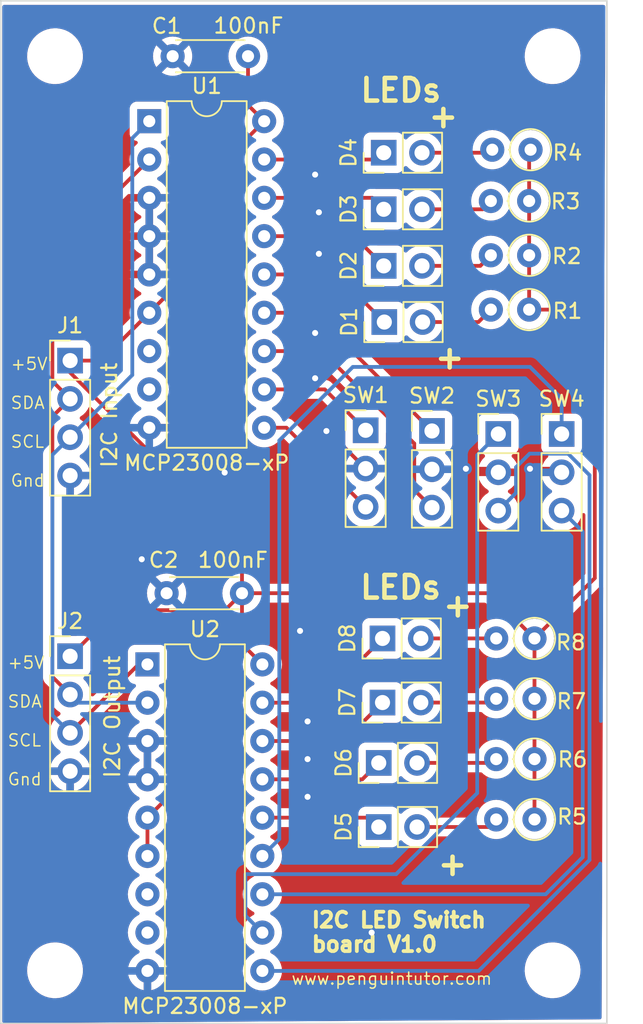
<source format=kicad_pcb>
(kicad_pcb (version 20221018) (generator pcbnew)
  (layers (0 "F.Cu" signal) (31 "B.Cu" signal) (34 "B.Paste" user) (35 "F.Paste" user) (36 "B.SilkS" user "B.Silkscreen") (37 "F.SilkS" user "F.Silkscreen") (38 "B.Mask" user) (39 "F.Mask" user) (44 "Edge.Cuts" user))
  (net 0 "")
  (net 1 "+5V")
  (net 2 "GND")
  (net 3 "Net-(D1-K)")
  (net 4 "Net-(D1-A)")
  (net 5 "Net-(D2-K)")
  (net 6 "Net-(D2-A)")
  (net 7 "Net-(D3-K)")
  (net 8 "Net-(D3-A)")
  (net 9 "Net-(D4-K)")
  (net 10 "Net-(D4-A)")
  (net 11 "Net-(D5-K)")
  (net 12 "Net-(D5-A)")
  (net 13 "Net-(D6-K)")
  (net 14 "Net-(D6-A)")
  (net 15 "Net-(D7-K)")
  (net 16 "Net-(D7-A)")
  (net 17 "Net-(D8-K)")
  (net 18 "Net-(D8-A)")
  (net 19 "I2C SDA")
  (net 20 "I2C SCL")
  (net 21 "Net-(U1-GP1)")
  (net 22 "Net-(U1-GP0)")
  (net 23 "Net-(U1-GP3)")
  (net 24 "Net-(U1-GP2)")
  (net 25 "Net-(U2-GP1)")
  (net 26 "Net-(U2-GP0)")
  (net 27 "Net-(U2-GP3)")
  (net 28 "Net-(U2-GP2)")
  (footprint "Connector_PinHeader_2.54mm:PinHeader_1x02_P2.54mm_Vertical" (layer "F.Cu") (at 131.8 97.55 90)
    (fp_text reference "D3" (at 0 -2.33 90) (layer "F.SilkS"))
    (fp_text value "LED")
    (fp_line (start -1.33 -1.33) (end 0 -1.33) (stroke (width 0.12)) (layer "F.SilkS"))
    (fp_line (start -1.33 0) (end -1.33 -1.33) (stroke (width 0.12)) (layer "F.SilkS"))
    (fp_line (start -1.33 1.27) (end -1.33 3.87) (stroke (width 0.12)) (layer "F.SilkS"))
    (fp_line (start -1.33 1.27) (end 1.33 1.27) (stroke (width 0.12)) (layer "F.SilkS"))
    (fp_line (start -1.33 3.87) (end 1.33 3.87) (stroke (width 0.12)) (layer "F.SilkS"))
    (fp_line (start 1.33 1.27) (end 1.33 3.87) (stroke (width 0.12)) (layer "F.SilkS"))
    (pad "1" thru_hole rect (at 0 0 90) (size 1.7 1.7) (drill 1) (layers "*.Cu" "*.Mask") (net 7 "Net-(D3-K)"))
    (pad "2" thru_hole oval (at 0 2.54 90) (size 1.7 1.7) (drill 1) (layers "*.Cu" "*.Mask") (net 8 "Net-(D3-A)"))
  )
  (footprint "MountingHole:MountingHole_3.2mm_M3" (layer "F.Cu") (at 143 148)
    (fp_text reference "H4" hide)
    (fp_text value "MountingHole" hide)
    (pad "" np_thru_hole circle (at 0 0) (size 3.2 3.2) (drill 3.2) (layers "*.Cu" "*.Mask"))
  )
  (footprint "Connector_PinHeader_2.54mm:PinHeader_1x03_P2.54mm_Vertical" (layer "F.Cu") (at 135 112.245)
    (fp_text reference "SW2" (at 0 -2.33) (layer "F.SilkS"))
    (fp_text value "SW_SPDT_MSM")
    (fp_line (start -1.33 -1.33) (end 0 -1.33) (stroke (width 0.12)) (layer "F.SilkS"))
    (fp_line (start -1.33 0) (end -1.33 -1.33) (stroke (width 0.12)) (layer "F.SilkS"))
    (fp_line (start -1.33 1.27) (end -1.33 6.41) (stroke (width 0.12)) (layer "F.SilkS"))
    (fp_line (start -1.33 1.27) (end 1.33 1.27) (stroke (width 0.12)) (layer "F.SilkS"))
    (fp_line (start -1.33 6.41) (end 1.33 6.41) (stroke (width 0.12)) (layer "F.SilkS"))
    (fp_line (start 1.33 1.27) (end 1.33 6.41) (stroke (width 0.12)) (layer "F.SilkS"))
    (pad "1" thru_hole rect (at 0 0) (size 1.7 1.7) (drill 1) (layers "*.Cu" "*.Mask") (net 23 "Net-(U1-GP3)"))
    (pad "2" thru_hole oval (at 0 2.54) (size 1.7 1.7) (drill 1) (layers "*.Cu" "*.Mask") (net 2 "GND"))
    (pad "3" thru_hole oval (at 0 5.08) (size 1.7 1.7) (drill 1) (layers "*.Cu" "*.Mask") (net 24 "Net-(U1-GP2)"))
  )
  (footprint "Resistor_THT:R_Axial_DIN0207_L6.3mm_D2.5mm_P2.54mm_Vertical" (layer "F.Cu") (at 141.445 100.6 180)
    (fp_text reference "R2" (at -2.495 -0.06) (layer "F.SilkS"))
    (fp_text value "220R")
    (fp_line (start 1.37 0) (end 1.44 0) (stroke (width 0.12)) (layer "F.SilkS"))
    (fp_circle (center 0 0) (end 1.37 0) (stroke (width 0.12)) (fill none) (layer "F.SilkS"))
    (pad "1" thru_hole circle (at 0 0 180) (size 1.6 1.6) (drill 0.8) (layers "*.Cu" "*.Mask") (net 1 "+5V"))
    (pad "2" thru_hole oval (at 2.54 0 180) (size 1.6 1.6) (drill 0.8) (layers "*.Cu" "*.Mask") (net 6 "Net-(D2-A)"))
  )
  (footprint "MountingHole:MountingHole_3.2mm_M3" (layer "F.Cu") (at 110 148)
    (fp_text reference "H3" hide)
    (fp_text value "MountingHole" hide)
    (pad "" np_thru_hole circle (at 0 0) (size 3.2 3.2) (drill 3.2) (layers "*.Cu" "*.Mask"))
  )
  (footprint "Connector_PinHeader_2.54mm:PinHeader_1x03_P2.54mm_Vertical" (layer "F.Cu") (at 143.6 112.445)
    (fp_text reference "SW4" (at 0 -2.33) (layer "F.SilkS"))
    (fp_text value "SW_SPDT_MSM")
    (fp_line (start -1.33 -1.33) (end 0 -1.33) (stroke (width 0.12)) (layer "F.SilkS"))
    (fp_line (start -1.33 0) (end -1.33 -1.33) (stroke (width 0.12)) (layer "F.SilkS"))
    (fp_line (start -1.33 1.27) (end -1.33 6.41) (stroke (width 0.12)) (layer "F.SilkS"))
    (fp_line (start -1.33 1.27) (end 1.33 1.27) (stroke (width 0.12)) (layer "F.SilkS"))
    (fp_line (start -1.33 6.41) (end 1.33 6.41) (stroke (width 0.12)) (layer "F.SilkS"))
    (fp_line (start 1.33 1.27) (end 1.33 6.41) (stroke (width 0.12)) (layer "F.SilkS"))
    (pad "1" thru_hole rect (at 0 0) (size 1.7 1.7) (drill 1) (layers "*.Cu" "*.Mask") (net 27 "Net-(U2-GP3)"))
    (pad "2" thru_hole oval (at 0 2.54) (size 1.7 1.7) (drill 1) (layers "*.Cu" "*.Mask") (net 2 "GND"))
    (pad "3" thru_hole oval (at 0 5.08) (size 1.7 1.7) (drill 1) (layers "*.Cu" "*.Mask") (net 28 "Net-(U2-GP2)"))
  )
  (footprint "Connector_PinHeader_2.54mm:PinHeader_1x02_P2.54mm_Vertical" (layer "F.Cu") (at 131.47 134.25 90)
    (fp_text reference "D6" (at 0 -2.33 90) (layer "F.SilkS"))
    (fp_text value "LED")
    (fp_line (start -1.33 -1.33) (end 0 -1.33) (stroke (width 0.12)) (layer "F.SilkS"))
    (fp_line (start -1.33 0) (end -1.33 -1.33) (stroke (width 0.12)) (layer "F.SilkS"))
    (fp_line (start -1.33 1.27) (end -1.33 3.87) (stroke (width 0.12)) (layer "F.SilkS"))
    (fp_line (start -1.33 1.27) (end 1.33 1.27) (stroke (width 0.12)) (layer "F.SilkS"))
    (fp_line (start -1.33 3.87) (end 1.33 3.87) (stroke (width 0.12)) (layer "F.SilkS"))
    (fp_line (start 1.33 1.27) (end 1.33 3.87) (stroke (width 0.12)) (layer "F.SilkS"))
    (pad "1" thru_hole rect (at 0 0 90) (size 1.7 1.7) (drill 1) (layers "*.Cu" "*.Mask") (net 13 "Net-(D6-K)"))
    (pad "2" thru_hole oval (at 0 2.54 90) (size 1.7 1.7) (drill 1) (layers "*.Cu" "*.Mask") (net 14 "Net-(D6-A)"))
  )
  (footprint "Resistor_THT:R_Axial_DIN0207_L6.3mm_D2.5mm_P2.54mm_Vertical" (layer "F.Cu") (at 141.8 130 180)
    (fp_text reference "R7" (at -2.44 -0.17 180) (layer "F.SilkS"))
    (fp_text value "220R")
    (fp_line (start 1.37 0) (end 1.44 0) (stroke (width 0.12)) (layer "F.SilkS"))
    (fp_circle (center 0 0) (end 1.37 0) (stroke (width 0.12)) (fill none) (layer "F.SilkS"))
    (pad "1" thru_hole circle (at 0 0 180) (size 1.6 1.6) (drill 0.8) (layers "*.Cu" "*.Mask") (net 1 "+5V"))
    (pad "2" thru_hole oval (at 2.54 0 180) (size 1.6 1.6) (drill 0.8) (layers "*.Cu" "*.Mask") (net 16 "Net-(D7-A)"))
  )
  (footprint "Connector_PinHeader_2.54mm:PinHeader_1x02_P2.54mm_Vertical" (layer "F.Cu") (at 131.8 101.3 90)
    (fp_text reference "D2" (at 0 -2.33 90) (layer "F.SilkS"))
    (fp_text value "LED")
    (fp_line (start -1.33 -1.33) (end 0 -1.33) (stroke (width 0.12)) (layer "F.SilkS"))
    (fp_line (start -1.33 0) (end -1.33 -1.33) (stroke (width 0.12)) (layer "F.SilkS"))
    (fp_line (start -1.33 1.27) (end -1.33 3.87) (stroke (width 0.12)) (layer "F.SilkS"))
    (fp_line (start -1.33 1.27) (end 1.33 1.27) (stroke (width 0.12)) (layer "F.SilkS"))
    (fp_line (start -1.33 3.87) (end 1.33 3.87) (stroke (width 0.12)) (layer "F.SilkS"))
    (fp_line (start 1.33 1.27) (end 1.33 3.87) (stroke (width 0.12)) (layer "F.SilkS"))
    (pad "1" thru_hole rect (at 0 0 90) (size 1.7 1.7) (drill 1) (layers "*.Cu" "*.Mask") (net 5 "Net-(D2-K)"))
    (pad "2" thru_hole oval (at 0 2.54 90) (size 1.7 1.7) (drill 1) (layers "*.Cu" "*.Mask") (net 6 "Net-(D2-A)"))
  )
  (footprint "Resistor_THT:R_Axial_DIN0207_L6.3mm_D2.5mm_P2.54mm_Vertical" (layer "F.Cu") (at 141.8 126 180)
    (fp_text reference "R8" (at -2.4 -0.27 180) (layer "F.SilkS"))
    (fp_text value "220R")
    (fp_line (start 1.37 0) (end 1.44 0) (stroke (width 0.12)) (layer "F.SilkS"))
    (fp_circle (center 0 0) (end 1.37 0) (stroke (width 0.12)) (fill none) (layer "F.SilkS"))
    (pad "1" thru_hole circle (at 0 0 180) (size 1.6 1.6) (drill 0.8) (layers "*.Cu" "*.Mask") (net 1 "+5V"))
    (pad "2" thru_hole oval (at 2.54 0 180) (size 1.6 1.6) (drill 0.8) (layers "*.Cu" "*.Mask") (net 18 "Net-(D8-A)"))
  )
  (footprint "Resistor_THT:R_Axial_DIN0207_L6.3mm_D2.5mm_P2.54mm_Vertical" (layer "F.Cu") (at 141.8 138 180)
    (fp_text reference "R5" (at -2.48 0.18 180) (layer "F.SilkS"))
    (fp_text value "220R")
    (fp_line (start 1.37 0) (end 1.44 0) (stroke (width 0.12)) (layer "F.SilkS"))
    (fp_circle (center 0 0) (end 1.37 0) (stroke (width 0.12)) (fill none) (layer "F.SilkS"))
    (pad "1" thru_hole circle (at 0 0 180) (size 1.6 1.6) (drill 0.8) (layers "*.Cu" "*.Mask") (net 1 "+5V"))
    (pad "2" thru_hole oval (at 2.54 0 180) (size 1.6 1.6) (drill 0.8) (layers "*.Cu" "*.Mask") (net 12 "Net-(D5-A)"))
  )
  (footprint "Connector_PinHeader_2.54mm:PinHeader_1x03_P2.54mm_Vertical" (layer "F.Cu") (at 139.4 112.445)
    (fp_text reference "SW3" (at 0 -2.33) (layer "F.SilkS"))
    (fp_text value "SW_SPDT_MSM")
    (fp_line (start -1.33 -1.33) (end 0 -1.33) (stroke (width 0.12)) (layer "F.SilkS"))
    (fp_line (start -1.33 0) (end -1.33 -1.33) (stroke (width 0.12)) (layer "F.SilkS"))
    (fp_line (start -1.33 1.27) (end -1.33 6.41) (stroke (width 0.12)) (layer "F.SilkS"))
    (fp_line (start -1.33 1.27) (end 1.33 1.27) (stroke (width 0.12)) (layer "F.SilkS"))
    (fp_line (start -1.33 6.41) (end 1.33 6.41) (stroke (width 0.12)) (layer "F.SilkS"))
    (fp_line (start 1.33 1.27) (end 1.33 6.41) (stroke (width 0.12)) (layer "F.SilkS"))
    (pad "1" thru_hole rect (at 0 0) (size 1.7 1.7) (drill 1) (layers "*.Cu" "*.Mask") (net 25 "Net-(U2-GP1)"))
    (pad "2" thru_hole oval (at 0 2.54) (size 1.7 1.7) (drill 1) (layers "*.Cu" "*.Mask") (net 2 "GND"))
    (pad "3" thru_hole oval (at 0 5.08) (size 1.7 1.7) (drill 1) (layers "*.Cu" "*.Mask") (net 26 "Net-(U2-GP0)"))
  )
  (footprint "Connector_PinHeader_2.54mm:PinHeader_1x02_P2.54mm_Vertical" (layer "F.Cu") (at 131.72 130.25 90)
    (fp_text reference "D7" (at 0 -2.33 90) (layer "F.SilkS"))
    (fp_text value "LED")
    (fp_line (start -1.33 -1.33) (end 0 -1.33) (stroke (width 0.12)) (layer "F.SilkS"))
    (fp_line (start -1.33 0) (end -1.33 -1.33) (stroke (width 0.12)) (layer "F.SilkS"))
    (fp_line (start -1.33 1.27) (end -1.33 3.87) (stroke (width 0.12)) (layer "F.SilkS"))
    (fp_line (start -1.33 1.27) (end 1.33 1.27) (stroke (width 0.12)) (layer "F.SilkS"))
    (fp_line (start -1.33 3.87) (end 1.33 3.87) (stroke (width 0.12)) (layer "F.SilkS"))
    (fp_line (start 1.33 1.27) (end 1.33 3.87) (stroke (width 0.12)) (layer "F.SilkS"))
    (pad "1" thru_hole rect (at 0 0 90) (size 1.7 1.7) (drill 1) (layers "*.Cu" "*.Mask") (net 15 "Net-(D7-K)"))
    (pad "2" thru_hole oval (at 0 2.54 90) (size 1.7 1.7) (drill 1) (layers "*.Cu" "*.Mask") (net 16 "Net-(D7-A)"))
  )
  (footprint "Connector_PinHeader_2.54mm:PinHeader_1x04_P2.54mm_Vertical" (layer "F.Cu") (at 111 107.58)
    (fp_text reference "J1" (at 0 -2.33) (layer "F.SilkS"))
    (fp_text value "I2C Input" (at 2.6 3.62 90) (layer "F.SilkS"))
    (fp_line (start -1.33 -1.33) (end 0 -1.33) (stroke (width 0.12)) (layer "F.SilkS"))
    (fp_line (start -1.33 0) (end -1.33 -1.33) (stroke (width 0.12)) (layer "F.SilkS"))
    (fp_line (start -1.33 1.27) (end -1.33 8.95) (stroke (width 0.12)) (layer "F.SilkS"))
    (fp_line (start -1.33 1.27) (end 1.33 1.27) (stroke (width 0.12)) (layer "F.SilkS"))
    (fp_line (start -1.33 8.95) (end 1.33 8.95) (stroke (width 0.12)) (layer "F.SilkS"))
    (fp_line (start 1.33 1.27) (end 1.33 8.95) (stroke (width 0.12)) (layer "F.SilkS"))
    (pad "1" thru_hole rect (at 0 0) (size 1.7 1.7) (drill 1) (layers "*.Cu" "*.Mask") (net 1 "+5V"))
    (pad "2" thru_hole oval (at 0 2.54) (size 1.7 1.7) (drill 1) (layers "*.Cu" "*.Mask") (net 19 "I2C SDA"))
    (pad "3" thru_hole oval (at 0 5.08) (size 1.7 1.7) (drill 1) (layers "*.Cu" "*.Mask") (net 20 "I2C SCL"))
    (pad "4" thru_hole oval (at 0 7.62) (size 1.7 1.7) (drill 1) (layers "*.Cu" "*.Mask") (net 2 "GND"))
  )
  (footprint "Capacitor_THT:C_Disc_D4.3mm_W1.9mm_P5.00mm" (layer "F.Cu") (at 122.4 123 180)
    (fp_text reference "C2" (at 5.2 2.2) (layer "F.SilkS"))
    (fp_text value "100nF" (at 0.6 2.2) (layer "F.SilkS"))
    (fp_line (start 0.23 -1.07) (end 0.23 -1.055) (stroke (width 0.12)) (layer "F.SilkS"))
    (fp_line (start 0.23 -1.07) (end 4.77 -1.07) (stroke (width 0.12)) (layer "F.SilkS"))
    (fp_line (start 0.23 1.055) (end 0.23 1.07) (stroke (width 0.12)) (layer "F.SilkS"))
    (fp_line (start 0.23 1.07) (end 4.77 1.07) (stroke (width 0.12)) (layer "F.SilkS"))
    (fp_line (start 4.77 -1.07) (end 4.77 -1.055) (stroke (width 0.12)) (layer "F.SilkS"))
    (fp_line (start 4.77 1.055) (end 4.77 1.07) (stroke (width 0.12)) (layer "F.SilkS"))
    (pad "1" thru_hole circle (at 0 0 180) (size 1.6 1.6) (drill 0.8) (layers "*.Cu" "*.Mask") (net 1 "+5V"))
    (pad "2" thru_hole circle (at 5 0 180) (size 1.6 1.6) (drill 0.8) (layers "*.Cu" "*.Mask") (net 2 "GND"))
  )
  (footprint "Connector_PinHeader_2.54mm:PinHeader_1x04_P2.54mm_Vertical" (layer "F.Cu") (at 111 127.18)
    (fp_text reference "J2" (at 0 -2.33) (layer "F.SilkS"))
    (fp_text value "I2C Output" (at 2.8 4.02 90) (layer "F.SilkS"))
    (fp_line (start -1.33 -1.33) (end 0 -1.33) (stroke (width 0.12)) (layer "F.SilkS"))
    (fp_line (start -1.33 0) (end -1.33 -1.33) (stroke (width 0.12)) (layer "F.SilkS"))
    (fp_line (start -1.33 1.27) (end -1.33 8.95) (stroke (width 0.12)) (layer "F.SilkS"))
    (fp_line (start -1.33 1.27) (end 1.33 1.27) (stroke (width 0.12)) (layer "F.SilkS"))
    (fp_line (start -1.33 8.95) (end 1.33 8.95) (stroke (width 0.12)) (layer "F.SilkS"))
    (fp_line (start 1.33 1.27) (end 1.33 8.95) (stroke (width 0.12)) (layer "F.SilkS"))
    (pad "1" thru_hole rect (at 0 0) (size 1.7 1.7) (drill 1) (layers "*.Cu" "*.Mask") (net 1 "+5V"))
    (pad "2" thru_hole oval (at 0 2.54) (size 1.7 1.7) (drill 1) (layers "*.Cu" "*.Mask") (net 19 "I2C SDA"))
    (pad "3" thru_hole oval (at 0 5.08) (size 1.7 1.7) (drill 1) (layers "*.Cu" "*.Mask") (net 20 "I2C SCL"))
    (pad "4" thru_hole oval (at 0 7.62) (size 1.7 1.7) (drill 1) (layers "*.Cu" "*.Mask") (net 2 "GND"))
  )
  (footprint "Resistor_THT:R_Axial_DIN0207_L6.3mm_D2.5mm_P2.54mm_Vertical" (layer "F.Cu") (at 141.8 134 180)
    (fp_text reference "R6" (at -2.52 -0.03 180) (layer "F.SilkS"))
    (fp_text value "220R")
    (fp_line (start 1.37 0) (end 1.44 0) (stroke (width 0.12)) (layer "F.SilkS"))
    (fp_circle (center 0 0) (end 1.37 0) (stroke (width 0.12)) (fill none) (layer "F.SilkS"))
    (pad "1" thru_hole circle (at 0 0 180) (size 1.6 1.6) (drill 0.8) (layers "*.Cu" "*.Mask") (net 1 "+5V"))
    (pad "2" thru_hole oval (at 2.54 0 180) (size 1.6 1.6) (drill 0.8) (layers "*.Cu" "*.Mask") (net 14 "Net-(D6-A)"))
  )
  (footprint "Connector_PinHeader_2.54mm:PinHeader_1x02_P2.54mm_Vertical" (layer "F.Cu") (at 131.47 138.5 90)
    (fp_text reference "D5" (at 0 -2.33 90) (layer "F.SilkS"))
    (fp_text value "LED")
    (fp_line (start -1.33 -1.33) (end 0 -1.33) (stroke (width 0.12)) (layer "F.SilkS"))
    (fp_line (start -1.33 0) (end -1.33 -1.33) (stroke (width 0.12)) (layer "F.SilkS"))
    (fp_line (start -1.33 1.27) (end -1.33 3.87) (stroke (width 0.12)) (layer "F.SilkS"))
    (fp_line (start -1.33 1.27) (end 1.33 1.27) (stroke (width 0.12)) (layer "F.SilkS"))
    (fp_line (start -1.33 3.87) (end 1.33 3.87) (stroke (width 0.12)) (layer "F.SilkS"))
    (fp_line (start 1.33 1.27) (end 1.33 3.87) (stroke (width 0.12)) (layer "F.SilkS"))
    (pad "1" thru_hole rect (at 0 0 90) (size 1.7 1.7) (drill 1) (layers "*.Cu" "*.Mask") (net 11 "Net-(D5-K)"))
    (pad "2" thru_hole oval (at 0 2.54 90) (size 1.7 1.7) (drill 1) (layers "*.Cu" "*.Mask") (net 12 "Net-(D5-A)"))
  )
  (footprint "MountingHole:MountingHole_3.2mm_M3" (layer "F.Cu") (at 110 87.4)
    (fp_text reference "H1" hide)
    (fp_text value "MountingHole" hide)
    (pad "" np_thru_hole circle (at 0 0) (size 3.2 3.2) (drill 3.2) (layers "*.Cu" "*.Mask"))
  )
  (footprint "Connector_PinHeader_2.54mm:PinHeader_1x03_P2.54mm_Vertical" (layer "F.Cu") (at 130.6 112.2)
    (fp_text reference "SW1" (at 0 -2.33) (layer "F.SilkS"))
    (fp_text value "SW_SPDT_MSM")
    (fp_line (start -1.33 -1.33) (end 0 -1.33) (stroke (width 0.12)) (layer "F.SilkS"))
    (fp_line (start -1.33 0) (end -1.33 -1.33) (stroke (width 0.12)) (layer "F.SilkS"))
    (fp_line (start -1.33 1.27) (end -1.33 6.41) (stroke (width 0.12)) (layer "F.SilkS"))
    (fp_line (start -1.33 1.27) (end 1.33 1.27) (stroke (width 0.12)) (layer "F.SilkS"))
    (fp_line (start -1.33 6.41) (end 1.33 6.41) (stroke (width 0.12)) (layer "F.SilkS"))
    (fp_line (start 1.33 1.27) (end 1.33 6.41) (stroke (width 0.12)) (layer "F.SilkS"))
    (pad "1" thru_hole rect (at 0 0) (size 1.7 1.7) (drill 1) (layers "*.Cu" "*.Mask") (net 21 "Net-(U1-GP1)"))
    (pad "2" thru_hole oval (at 0 2.54) (size 1.7 1.7) (drill 1) (layers "*.Cu" "*.Mask") (net 2 "GND"))
    (pad "3" thru_hole oval (at 0 5.08) (size 1.7 1.7) (drill 1) (layers "*.Cu" "*.Mask") (net 22 "Net-(U1-GP0)"))
  )
  (footprint "Capacitor_THT:C_Disc_D4.3mm_W1.9mm_P5.00mm" (layer "F.Cu") (at 122.8 87.4 180)
    (fp_text reference "C1" (at 5.4 2) (layer "F.SilkS"))
    (fp_text value "100nF" (at -0.03 2.02) (layer "F.SilkS"))
    (fp_line (start 0.23 -1.07) (end 0.23 -1.055) (stroke (width 0.12)) (layer "F.SilkS"))
    (fp_line (start 0.23 -1.07) (end 4.77 -1.07) (stroke (width 0.12)) (layer "F.SilkS"))
    (fp_line (start 0.23 1.055) (end 0.23 1.07) (stroke (width 0.12)) (layer "F.SilkS"))
    (fp_line (start 0.23 1.07) (end 4.77 1.07) (stroke (width 0.12)) (layer "F.SilkS"))
    (fp_line (start 4.77 -1.07) (end 4.77 -1.055) (stroke (width 0.12)) (layer "F.SilkS"))
    (fp_line (start 4.77 1.055) (end 4.77 1.07) (stroke (width 0.12)) (layer "F.SilkS"))
    (pad "1" thru_hole circle (at 0 0 180) (size 1.6 1.6) (drill 0.8) (layers "*.Cu" "*.Mask") (net 1 "+5V"))
    (pad "2" thru_hole circle (at 5 0 180) (size 1.6 1.6) (drill 0.8) (layers "*.Cu" "*.Mask") (net 2 "GND"))
  )
  (footprint "Connector_PinHeader_2.54mm:PinHeader_1x02_P2.54mm_Vertical" (layer "F.Cu") (at 131.72 126 90)
    (fp_text reference "D8" (at 0 -2.33 90) (layer "F.SilkS"))
    (fp_text value "LED")
    (fp_line (start -1.33 -1.33) (end 0 -1.33) (stroke (width 0.12)) (layer "F.SilkS"))
    (fp_line (start -1.33 0) (end -1.33 -1.33) (stroke (width 0.12)) (layer "F.SilkS"))
    (fp_line (start -1.33 1.27) (end -1.33 3.87) (stroke (width 0.12)) (layer "F.SilkS"))
    (fp_line (start -1.33 1.27) (end 1.33 1.27) (stroke (width 0.12)) (layer "F.SilkS"))
    (fp_line (start -1.33 3.87) (end 1.33 3.87) (stroke (width 0.12)) (layer "F.SilkS"))
    (fp_line (start 1.33 1.27) (end 1.33 3.87) (stroke (width 0.12)) (layer "F.SilkS"))
    (pad "1" thru_hole rect (at 0 0 90) (size 1.7 1.7) (drill 1) (layers "*.Cu" "*.Mask") (net 17 "Net-(D8-K)"))
    (pad "2" thru_hole oval (at 0 2.54 90) (size 1.7 1.7) (drill 1) (layers "*.Cu" "*.Mask") (net 18 "Net-(D8-A)"))
  )
  (footprint "Resistor_THT:R_Axial_DIN0207_L6.3mm_D2.5mm_P2.54mm_Vertical" (layer "F.Cu") (at 141.445 104.2 180)
    (fp_text reference "R1" (at -2.535 -0.09) (layer "F.SilkS"))
    (fp_text value "220R")
    (fp_line (start 1.37 0) (end 1.44 0) (stroke (width 0.12)) (layer "F.SilkS"))
    (fp_circle (center 0 0) (end 1.37 0) (stroke (width 0.12)) (fill none) (layer "F.SilkS"))
    (pad "1" thru_hole circle (at 0 0 180) (size 1.6 1.6) (drill 0.8) (layers "*.Cu" "*.Mask") (net 1 "+5V"))
    (pad "2" thru_hole oval (at 2.54 0 180) (size 1.6 1.6) (drill 0.8) (layers "*.Cu" "*.Mask") (net 4 "Net-(D1-A)"))
  )
  (footprint "Connector_PinHeader_2.54mm:PinHeader_1x02_P2.54mm_Vertical" (layer "F.Cu") (at 131.8 93.8 90)
    (fp_text reference "D4" (at 0 -2.33 90) (layer "F.SilkS"))
    (fp_text value "LED")
    (fp_line (start -1.33 -1.33) (end 0 -1.33) (stroke (width 0.12)) (layer "F.SilkS"))
    (fp_line (start -1.33 0) (end -1.33 -1.33) (stroke (width 0.12)) (layer "F.SilkS"))
    (fp_line (start -1.33 1.27) (end -1.33 3.87) (stroke (width 0.12)) (layer "F.SilkS"))
    (fp_line (start -1.33 1.27) (end 1.33 1.27) (stroke (width 0.12)) (layer "F.SilkS"))
    (fp_line (start -1.33 3.87) (end 1.33 3.87) (stroke (width 0.12)) (layer "F.SilkS"))
    (fp_line (start 1.33 1.27) (end 1.33 3.87) (stroke (width 0.12)) (layer "F.SilkS"))
    (pad "1" thru_hole rect (at 0 0 90) (size 1.7 1.7) (drill 1) (layers "*.Cu" "*.Mask") (net 9 "Net-(D4-K)"))
    (pad "2" thru_hole oval (at 0 2.54 90) (size 1.7 1.7) (drill 1) (layers "*.Cu" "*.Mask") (net 10 "Net-(D4-A)"))
  )
  (footprint "Package_DIP:DIP-18_W7.62mm" (layer "F.Cu") (at 116.25 91.71)
    (fp_text reference "U1" (at 3.81 -2.33) (layer "F.SilkS"))
    (fp_text value "MCP23008-xP" (at 3.81 22.65) (layer "F.SilkS"))
    (fp_line (start 1.16 -1.33) (end 1.16 21.65) (stroke (width 0.12)) (layer "F.SilkS"))
    (fp_line (start 1.16 21.65) (end 6.46 21.65) (stroke (width 0.12)) (layer "F.SilkS"))
    (fp_line (start 2.81 -1.33) (end 1.16 -1.33) (stroke (width 0.12)) (layer "F.SilkS"))
    (fp_line (start 6.46 -1.33) (end 4.81 -1.33) (stroke (width 0.12)) (layer "F.SilkS"))
    (fp_line (start 6.46 21.65) (end 6.46 -1.33) (stroke (width 0.12)) (layer "F.SilkS"))
    (fp_arc (start 4.81 -1.33) (mid 3.81 -0.33) (end 2.81 -1.33) (stroke (width 0.12)) (layer "F.SilkS"))
    (pad "1" thru_hole rect (at 0 0) (size 1.6 1.6) (drill 0.8) (layers "*.Cu" "*.Mask") (net 20 "I2C SCL"))
    (pad "2" thru_hole oval (at 0 2.54) (size 1.6 1.6) (drill 0.8) (layers "*.Cu" "*.Mask") (net 19 "I2C SDA"))
    (pad "3" thru_hole oval (at 0 5.08) (size 1.6 1.6) (drill 0.8) (layers "*.Cu" "*.Mask") (net 2 "GND"))
    (pad "4" thru_hole oval (at 0 7.62) (size 1.6 1.6) (drill 0.8) (layers "*.Cu" "*.Mask") (net 2 "GND"))
    (pad "5" thru_hole oval (at 0 10.16) (size 1.6 1.6) (drill 0.8) (layers "*.Cu" "*.Mask") (net 2 "GND"))
    (pad "6" thru_hole oval (at 0 12.7) (size 1.6 1.6) (drill 0.8) (layers "*.Cu" "*.Mask") (net 1 "+5V"))
    (pad "7" thru_hole oval (at 0 15.24) (size 1.6 1.6) (drill 0.8) (layers "*.Cu" "*.Mask"))
    (pad "8" thru_hole oval (at 0 17.78) (size 1.6 1.6) (drill 0.8) (layers "*.Cu" "*.Mask"))
    (pad "9" thru_hole oval (at 0 20.32) (size 1.6 1.6) (drill 0.8) (layers "*.Cu" "*.Mask") (net 2 "GND"))
    (pad "10" thru_hole oval (at 7.62 20.32) (size 1.6 1.6) (drill 0.8) (layers "*.Cu" "*.Mask") (net 22 "Net-(U1-GP0)"))
    (pad "11" thru_hole oval (at 7.62 17.78) (size 1.6 1.6) (drill 0.8) (layers "*.Cu" "*.Mask") (net 21 "Net-(U1-GP1)"))
    (pad "12" thru_hole oval (at 7.62 15.24) (size 1.6 1.6) (drill 0.8) (layers "*.Cu" "*.Mask") (net 24 "Net-(U1-GP2)"))
    (pad "13" thru_hole oval (at 7.62 12.7) (size 1.6 1.6) (drill 0.8) (layers "*.Cu" "*.Mask") (net 23 "Net-(U1-GP3)"))
    (pad "14" thru_hole oval (at 7.62 10.16) (size 1.6 1.6) (drill 0.8) (layers "*.Cu" "*.Mask") (net 3 "Net-(D1-K)"))
    (pad "15" thru_hole oval (at 7.62 7.62) (size 1.6 1.6) (drill 0.8) (layers "*.Cu" "*.Mask") (net 5 "Net-(D2-K)"))
    (pad "16" thru_hole oval (at 7.62 5.08) (size 1.6 1.6) (drill 0.8) (layers "*.Cu" "*.Mask") (net 7 "Net-(D3-K)"))
    (pad "17" thru_hole oval (at 7.62 2.54) (size 1.6 1.6) (drill 0.8) (layers "*.Cu" "*.Mask") (net 9 "Net-(D4-K)"))
    (pad "18" thru_hole oval (at 7.62 0) (size 1.6 1.6) (drill 0.8) (layers "*.Cu" "*.Mask") (net 1 "+5V"))
  )
  (footprint "Resistor_THT:R_Axial_DIN0207_L6.3mm_D2.5mm_P2.54mm_Vertical" (layer "F.Cu") (at 141.54 93.6 180)
    (fp_text reference "R4" (at -2.44 -0.2) (layer "F.SilkS"))
    (fp_text value "220R")
    (fp_line (start 1.37 0) (end 1.44 0) (stroke (width 0.12)) (layer "F.SilkS"))
    (fp_circle (center 0 0) (end 1.37 0) (stroke (width 0.12)) (fill none) (layer "F.SilkS"))
    (pad "1" thru_hole circle (at 0 0 180) (size 1.6 1.6) (drill 0.8) (layers "*.Cu" "*.Mask") (net 1 "+5V"))
    (pad "2" thru_hole oval (at 2.54 0 180) (size 1.6 1.6) (drill 0.8) (layers "*.Cu" "*.Mask") (net 10 "Net-(D4-A)"))
  )
  (footprint "Package_DIP:DIP-18_W7.62mm" (layer "F.Cu") (at 116.13 127.72)
    (fp_text reference "U2" (at 3.81 -2.33) (layer "F.SilkS"))
    (fp_text value "MCP23008-xP" (at 3.81 22.65) (layer "F.SilkS"))
    (fp_line (start 1.16 -1.33) (end 1.16 21.65) (stroke (width 0.12)) (layer "F.SilkS"))
    (fp_line (start 1.16 21.65) (end 6.46 21.65) (stroke (width 0.12)) (layer "F.SilkS"))
    (fp_line (start 2.81 -1.33) (end 1.16 -1.33) (stroke (width 0.12)) (layer "F.SilkS"))
    (fp_line (start 6.46 -1.33) (end 4.81 -1.33) (stroke (width 0.12)) (layer "F.SilkS"))
    (fp_line (start 6.46 21.65) (end 6.46 -1.33) (stroke (width 0.12)) (layer "F.SilkS"))
    (fp_arc (start 4.81 -1.33) (mid 3.81 -0.33) (end 2.81 -1.33) (stroke (width 0.12)) (layer "F.SilkS"))
    (pad "1" thru_hole rect (at 0 0) (size 1.6 1.6) (drill 0.8) (layers "*.Cu" "*.Mask") (net 20 "I2C SCL"))
    (pad "2" thru_hole oval (at 0 2.54) (size 1.6 1.6) (drill 0.8) (layers "*.Cu" "*.Mask") (net 19 "I2C SDA"))
    (pad "3" thru_hole oval (at 0 5.08) (size 1.6 1.6) (drill 0.8) (layers "*.Cu" "*.Mask") (net 2 "GND"))
    (pad "4" thru_hole oval (at 0 7.62) (size 1.6 1.6) (drill 0.8) (layers "*.Cu" "*.Mask") (net 2 "GND"))
    (pad "5" thru_hole oval (at 0 10.16) (size 1.6 1.6) (drill 0.8) (layers "*.Cu" "*.Mask") (net 1 "+5V"))
    (pad "6" thru_hole oval (at 0 12.7) (size 1.6 1.6) (drill 0.8) (layers "*.Cu" "*.Mask") (net 1 "+5V"))
    (pad "7" thru_hole oval (at 0 15.24) (size 1.6 1.6) (drill 0.8) (layers "*.Cu" "*.Mask"))
    (pad "8" thru_hole oval (at 0 17.78) (size 1.6 1.6) (drill 0.8) (layers "*.Cu" "*.Mask"))
    (pad "9" thru_hole oval (at 0 20.32) (size 1.6 1.6) (drill 0.8) (layers "*.Cu" "*.Mask") (net 2 "GND"))
    (pad "10" thru_hole oval (at 7.62 20.32) (size 1.6 1.6) (drill 0.8) (layers "*.Cu" "*.Mask") (net 26 "Net-(U2-GP0)"))
    (pad "11" thru_hole oval (at 7.62 17.78) (size 1.6 1.6) (drill 0.8) (layers "*.Cu" "*.Mask") (net 25 "Net-(U2-GP1)"))
    (pad "12" thru_hole oval (at 7.62 15.24) (size 1.6 1.6) (drill 0.8) (layers "*.Cu" "*.Mask") (net 28 "Net-(U2-GP2)"))
    (pad "13" thru_hole oval (at 7.62 12.7) (size 1.6 1.6) (drill 0.8) (layers "*.Cu" "*.Mask") (net 27 "Net-(U2-GP3)"))
    (pad "14" thru_hole oval (at 7.62 10.16) (size 1.6 1.6) (drill 0.8) (layers "*.Cu" "*.Mask") (net 11 "Net-(D5-K)"))
    (pad "15" thru_hole oval (at 7.62 7.62) (size 1.6 1.6) (drill 0.8) (layers "*.Cu" "*.Mask") (net 13 "Net-(D6-K)"))
    (pad "16" thru_hole oval (at 7.62 5.08) (size 1.6 1.6) (drill 0.8) (layers "*.Cu" "*.Mask") (net 15 "Net-(D7-K)"))
    (pad "17" thru_hole oval (at 7.62 2.54) (size 1.6 1.6) (drill 0.8) (layers "*.Cu" "*.Mask") (net 17 "Net-(D8-K)"))
    (pad "18" thru_hole oval (at 7.62 0) (size 1.6 1.6) (drill 0.8) (layers "*.Cu" "*.Mask") (net 1 "+5V"))
  )
  (footprint "Resistor_THT:R_Axial_DIN0207_L6.3mm_D2.5mm_P2.54mm_Vertical" (layer "F.Cu") (at 141.445 97 180)
    (fp_text reference "R3" (at -2.415 -0.03) (layer "F.SilkS"))
    (fp_text value "220R")
    (fp_line (start 1.37 0) (end 1.44 0) (stroke (width 0.12)) (layer "F.SilkS"))
    (fp_circle (center 0 0) (end 1.37 0) (stroke (width 0.12)) (fill none) (layer "F.SilkS"))
    (pad "1" thru_hole circle (at 0 0 180) (size 1.6 1.6) (drill 0.8) (layers "*.Cu" "*.Mask") (net 1 "+5V"))
    (pad "2" thru_hole oval (at 2.54 0 180) (size 1.6 1.6) (drill 0.8) (layers "*.Cu" "*.Mask") (net 8 "Net-(D3-A)"))
  )
  (footprint "Connector_PinHeader_2.54mm:PinHeader_1x02_P2.54mm_Vertical" (layer "F.Cu") (at 131.84 105.025 90)
    (fp_text reference "D1" (at 0 -2.33 90) (layer "F.SilkS"))
    (fp_text value "LED")
    (fp_line (start -1.33 -1.33) (end 0 -1.33) (stroke (width 0.12)) (layer "F.SilkS"))
    (fp_line (start -1.33 0) (end -1.33 -1.33) (stroke (width 0.12)) (layer "F.SilkS"))
    (fp_line (start -1.33 1.27) (end -1.33 3.87) (stroke (width 0.12)) (layer "F.SilkS"))
    (fp_line (start -1.33 1.27) (end 1.33 1.27) (stroke (width 0.12)) (layer "F.SilkS"))
    (fp_line (start -1.33 3.87) (end 1.33 3.87) (stroke (width 0.12)) (layer "F.SilkS"))
    (fp_line (start 1.33 1.27) (end 1.33 3.87) (stroke (width 0.12)) (layer "F.SilkS"))
    (pad "1" thru_hole rect (at 0 0 90) (size 1.7 1.7) (drill 1) (layers "*.Cu" "*.Mask") (net 3 "Net-(D1-K)"))
    (pad "2" thru_hole oval (at 0 2.54 90) (size 1.7 1.7) (drill 1) (layers "*.Cu" "*.Mask") (net 4 "Net-(D1-A)"))
  )
  (footprint "MountingHole:MountingHole_3.2mm_M3" (layer "F.Cu") (at 143 87.4)
    (fp_text reference "H2" hide)
    (fp_text value "MountingHole" hide)
    (pad "" np_thru_hole circle (at 0 0) (size 3.2 3.2) (drill 3.2) (layers "*.Cu" "*.Mask"))
  )
  (gr_rect (start 106.4 83.725) (end 146.6 151.525) (stroke (width 0.1)) (fill none) (layer "Edge.Cuts"))
  (gr_text "LEDs" (at 130.08 123.49) (layer "F.SilkS") (effects (font (size 1.5 1.5) (thickness 0.3) bold) (justify left bottom)))
  (gr_text "I2C LED Switch\nboard V1.0" (at 126.9 146.86) (layer "F.SilkS") (effects (font (size 1 1) (thickness 0.25) bold) (justify left bottom)))
  (gr_text "+5V\n\nSDA\n\nSCL\n\nGnd" (at 106.8 135.8) (layer "F.SilkS") (effects (font (size 0.8 0.8) (thickness 0.1)) (justify left bottom)))
  (gr_text "+" (at 135.05 108.23) (layer "F.SilkS") (effects (font (size 1.5 1.5) (thickness 0.3) bold) (justify left bottom)))
  (gr_text "+" (at 135.24 141.81) (layer "F.SilkS") (effects (font (size 1.5 1.5) (thickness 0.3) bold) (justify left bottom)))
  (gr_text "LEDs" (at 130.1 90.54) (layer "F.SilkS") (effects (font (size 1.5 1.5) (thickness 0.3) bold) (justify left bottom)))
  (gr_text "+5V\n\nSDA\n\nSCL\n\nGnd" (at 107 116) (layer "F.SilkS") (effects (font (size 0.8 0.8) (thickness 0.1)) (justify left bottom)))
  (gr_text "www.penguintutor.com" (at 125.62 149.02) (layer "F.SilkS") (effects (font (size 0.8 0.8) (thickness 0.1)) (justify left bottom)))
  (gr_text "+" (at 134.63 92.24) (layer "F.SilkS") (effects (font (size 1.5 1.5) (thickness 0.3) bold) (justify left bottom)))
  (gr_text "+" (at 135.59 124.67) (layer "F.SilkS") (effects (font (size 1.5 1.5) (thickness 0.3) bold) (justify left bottom)))
  (segment (start 143.2 104.2) (end 141.445 104.2) (width 0.25) (layer "F.Cu") (net 1))
  (segment (start 122.199695 98.460305) (end 116.25 104.41) (width 0.25) (layer "F.Cu") (net 1))
  (segment (start 145.8 122) (end 145.8 106.8) (width 0.25) (layer "F.Cu") (net 1))
  (segment (start 111 107.58) (end 111 108.370991) (width 0.25) (layer "F.Cu") (net 1))
  (segment (start 121.325 124.075) (end 122.4 123) (width 0.25) (layer "F.Cu") (net 1))
  (segment (start 114.055 124.125) (end 121.275 124.125) (width 0.25) (layer "F.Cu") (net 1))
  (segment (start 141.8 126) (end 138.8 123) (width 0.25) (layer "F.Cu") (net 1))
  (segment (start 141.8 126) (end 145.8 122) (width 0.25) (layer "F.Cu") (net 1))
  (segment (start 116.13 137.88) (end 121.325 132.685) (width 0.25) (layer "F.Cu") (net 1))
  (segment (start 138.8 123) (end 122.4 123) (width 0.25) (layer "F.Cu") (net 1))
  (segment (start 123.87 91.71) (end 122.199695 93.380305) (width 0.25) (layer "F.Cu") (net 1))
  (segment (start 111 107.58) (end 113.08 107.58) (width 0.25) (layer "F.Cu") (net 1))
  (segment (start 122.4 119.770991) (end 122.4 123) (width 0.25) (layer "F.Cu") (net 1))
  (segment (start 121.275 124.125) (end 121.325 124.075) (width 0.25) (layer "F.Cu") (net 1))
  (segment (start 122.4 126.37) (end 123.75 127.72) (width 0.25) (layer "F.Cu") (net 1))
  (segment (start 122.199695 93.380305) (end 122.199695 98.460305) (width 0.25) (layer "F.Cu") (net 1))
  (segment (start 145.8 106.8) (end 143.2 104.2) (width 0.25) (layer "F.Cu") (net 1))
  (segment (start 141.445 93.695) (end 141.54 93.6) (width 0.25) (layer "F.Cu") (net 1))
  (segment (start 141.8 126) (end 141.8 138) (width 0.25) (layer "F.Cu") (net 1))
  (segment (start 111 108.370991) (end 122.4 119.770991) (width 0.25) (layer "F.Cu") (net 1))
  (segment (start 121.325 132.685) (end 121.325 124.075) (width 0.25) (layer "F.Cu") (net 1))
  (segment (start 122.8 90.64) (end 123.87 91.71) (width 0.25) (layer "F.Cu") (net 1))
  (segment (start 141.445 104.2) (end 141.445 93.695) (width 0.25) (layer "F.Cu") (net 1))
  (segment (start 122.4 123) (end 122.4 126.37) (width 0.25) (layer "F.Cu") (net 1))
  (segment (start 113.08 107.58) (end 116.25 104.41) (width 0.25) (layer "F.Cu") (net 1))
  (segment (start 122.8 87.4) (end 122.8 90.64) (width 0.25) (layer "F.Cu") (net 1))
  (segment (start 116.13 137.88) (end 116.13 140.42) (width 0.25) (layer "F.Cu") (net 1))
  (segment (start 111 127.18) (end 114.055 124.125) (width 0.25) (layer "F.Cu") (net 1))
  (segment (start 116.25 112.03) (end 118.28 112.03) (width 0.25) (layer "F.Cu") (net 2))
  (segment (start 117.4 123) (end 115.75 121.35) (width 0.25) (layer "F.Cu") (net 2))
  (segment (start 118.28 112.03) (end 121.25 115) (width 0.25) (layer "F.Cu") (net 2))
  (segment (start 135 114.785) (end 137.215 114.785) (width 0.25) (layer "F.Cu") (net 2))
  (segment (start 137.25 114.75) (end 139.165 114.75) (width 0.25) (layer "F.Cu") (net 2))
  (segment (start 141.5 114.75) (end 143.365 114.75) (width 0.25) (layer "F.Cu") (net 2))
  (segment (start 137.215 114.785) (end 137.25 114.75) (width 0.25) (layer "F.Cu") (net 2))
  (segment (start 143.365 114.75) (end 143.6 114.985) (width 0.25) (layer "F.Cu") (net 2))
  (segment (start 115.75 121.35) (end 115.75 120.75) (width 0.25) (layer "F.Cu") (net 2))
  (segment (start 130.6 114.74) (end 128.11 112.25) (width 0.25) (layer "F.Cu") (net 2))
  (segment (start 139.165 114.75) (end 139.4 114.985) (width 0.25) (layer "F.Cu") (net 2))
  (segment (start 128.11 112.25) (end 128 112.25) (width 0.25) (layer "F.Cu") (net 2))
  (via (at 126.75 131.5) (size 0.8) (drill 0.4) (layers "F.Cu" "B.Cu") (net 2))
  (via (at 126.75 134) (size 0.8) (drill 0.4) (layers "F.Cu" "B.Cu") (net 2))
  (via (at 127.25 105.75) (size 0.8) (drill 0.4) (layers "F.Cu" "B.Cu") (net 2))
  (via (at 126.75 136.5) (size 0.8) (drill 0.4) (layers "F.Cu" "B.Cu") (net 2))
  (via (at 127.25 108.75) (size 0.8) (drill 0.4) (layers "F.Cu" "B.Cu") (net 2))
  (via (at 127.5 100.5) (size 0.8) (drill 0.4) (layers "F.Cu" "B.Cu") (net 2))
  (via (at 131 145.5) (size 0.8) (drill 0.4) (layers "F.Cu" "B.Cu") (net 2))
  (via (at 128 112.25) (size 0.8) (drill 0.4) (layers "F.Cu" "B.Cu") (net 2))
  (via (at 137.25 114.75) (size 0.8) (drill 0.4) (layers "F.Cu" "B.Cu") (net 2))
  (via (at 127.25 95.25) (size 0.8) (drill 0.4) (layers "F.Cu" "B.Cu") (net 2))
  (via (at 127.5 97.75) (size 0.8) (drill 0.4) (layers "F.Cu" "B.Cu") (net 2))
  (via (at 126.25 125.5) (size 0.8) (drill 0.4) (layers "F.Cu" "B.Cu") (net 2))
  (via (at 141.5 114.75) (size 0.8) (drill 0.4) (layers "F.Cu" "B.Cu") (net 2))
  (via (at 115.75 120.75) (size 0.8) (drill 0.4) (layers "F.Cu" "B.Cu") (net 2))
  (via (at 121.25 115) (size 0.8) (drill 0.4) (layers "F.Cu" "B.Cu") (net 2))
  (segment (start 123.87 101.87) (end 128.685 101.87) (width 0.25) (layer "F.Cu") (net 3))
  (segment (start 128.685 101.87) (end 131.84 105.025) (width 0.25) (layer "F.Cu") (net 3))
  (segment (start 134.38 105.025) (end 138.08 105.025) (width 0.25) (layer "F.Cu") (net 4))
  (segment (start 138.08 105.025) (end 138.905 104.2) (width 0.25) (layer "F.Cu") (net 4))
  (segment (start 129.83 99.33) (end 131.8 101.3) (width 0.25) (layer "F.Cu") (net 5))
  (segment (start 123.87 99.33) (end 129.83 99.33) (width 0.25) (layer "F.Cu") (net 5))
  (segment (start 134.34 101.3) (end 138.205 101.3) (width 0.25) (layer "F.Cu") (net 6))
  (segment (start 138.205 101.3) (end 138.905 100.6) (width 0.25) (layer "F.Cu") (net 6))
  (segment (start 131.04 96.79) (end 131.8 97.55) (width 0.25) (layer "F.Cu") (net 7))
  (segment (start 123.87 96.79) (end 131.04 96.79) (width 0.25) (layer "F.Cu") (net 7))
  (segment (start 138.355 97.55) (end 138.905 97) (width 0.25) (layer "F.Cu") (net 8))
  (segment (start 134.34 97.55) (end 138.355 97.55) (width 0.25) (layer "F.Cu") (net 8))
  (segment (start 123.87 94.25) (end 131.35 94.25) (width 0.25) (layer "F.Cu") (net 9))
  (segment (start 131.35 94.25) (end 131.8 93.8) (width 0.25) (layer "F.Cu") (net 9))
  (segment (start 134.34 93.8) (end 138.8 93.8) (width 0.25) (layer "F.Cu") (net 10))
  (segment (start 138.8 93.8) (end 139 93.6) (width 0.25) (layer "F.Cu") (net 10))
  (segment (start 130.85 137.88) (end 131.47 138.5) (width 0.25) (layer "F.Cu") (net 11))
  (segment (start 123.75 137.88) (end 130.85 137.88) (width 0.25) (layer "F.Cu") (net 11))
  (segment (start 138.76 138.5) (end 139.26 138) (width 0.25) (layer "F.Cu") (net 12))
  (segment (start 134.01 138.5) (end 138.76 138.5) (width 0.25) (layer "F.Cu") (net 12))
  (segment (start 123.75 135.34) (end 130.38 135.34) (width 0.25) (layer "F.Cu") (net 13))
  (segment (start 130.38 135.34) (end 131.47 134.25) (width 0.25) (layer "F.Cu") (net 13))
  (segment (start 139.01 134.25) (end 139.26 134) (width 0.25) (layer "F.Cu") (net 14))
  (segment (start 134.01 134.25) (end 139.01 134.25) (width 0.25) (layer "F.Cu") (net 14))
  (segment (start 129.17 132.8) (end 131.72 130.25) (width 0.25) (layer "F.Cu") (net 15))
  (segment (start 123.75 132.8) (end 129.17 132.8) (width 0.25) (layer "F.Cu") (net 15))
  (segment (start 134.26 130.25) (end 139.01 130.25) (width 0.25) (layer "F.Cu") (net 16))
  (segment (start 139.01 129.75) (end 139.26 130) (width 0.25) (layer "F.Cu") (net 16))
  (segment (start 139.01 130.25) (end 139.26 130) (width 0.25) (layer "F.Cu") (net 16))
  (segment (start 127.46 130.26) (end 131.72 126) (width 0.25) (layer "F.Cu") (net 17))
  (segment (start 123.75 130.26) (end 127.46 130.26) (width 0.25) (layer "F.Cu") (net 17))
  (segment (start 138.76 125.5) (end 139.26 126) (width 0.25) (layer "F.Cu") (net 18))
  (segment (start 134.26 126) (end 139.26 126) (width 0.25) (layer "F.Cu") (net 18))
  (segment (start 109.825 100.675) (end 116.25 94.25) (width 0.25) (layer "F.Cu") (net 19))
  (segment (start 111 110.12) (end 109.825 108.945) (width 0.25) (layer "F.Cu") (net 19))
  (segment (start 109.825 111.295) (end 111 110.12) (width 0.25) (layer "F.Cu") (net 19))
  (segment (start 109.825 108.945) (end 109.825 100.675) (width 0.25) (layer "F.Cu") (net 19))
  (segment (start 111 129.72) (end 109.825 128.545) (width 0.25) (layer "F.Cu") (net 19))
  (segment (start 109.825 128.545) (end 109.825 111.295) (width 0.25) (layer "F.Cu") (net 19))
  (segment (start 111.54 130.26) (end 111 129.72) (width 0.25) (layer "B.Cu") (net 19))
  (segment (start 116.13 130.26) (end 111.54 130.26) (width 0.25) (layer "B.Cu") (net 19))
  (segment (start 111 132.26) (end 115.54 127.72) (width 0.25) (layer "F.Cu") (net 20))
  (segment (start 115.54 127.72) (end 116.13 127.72) (width 0.25) (layer "F.Cu") (net 20))
  (segment (start 111 132.26) (end 109.825 131.085) (width 0.25) (layer "B.Cu") (net 20))
  (segment (start 111 112.66) (end 115.125 108.535) (width 0.25) (layer "B.Cu") (net 20))
  (segment (start 115.125 108.535) (end 115.125 92.835) (width 0.25) (layer "B.Cu") (net 20))
  (segment (start 109.825 131.085) (end 109.825 113.835) (width 0.25) (layer "B.Cu") (net 20))
  (segment (start 115.125 92.835) (end 116.25 91.71) (width 0.25) (layer "B.Cu") (net 20))
  (segment (start 109.825 113.835) (end 111 112.66) (width 0.25) (layer "B.Cu") (net 20))
  (segment (start 123.87 109.49) (end 127.89 109.49) (width 0.25) (layer "F.Cu") (net 21))
  (segment (start 127.89 109.49) (end 130.6 112.2) (width 0.25) (layer "F.Cu") (net 21))
  (segment (start 123.87 112.03) (end 125.35 112.03) (width 0.25) (layer "F.Cu") (net 22))
  (segment (start 125.35 112.03) (end 130.6 117.28) (width 0.25) (layer "F.Cu") (net 22))
  (segment (start 127.165 104.41) (end 135 112.245) (width 0.25) (layer "F.Cu") (net 23))
  (segment (start 123.87 104.41) (end 127.165 104.41) (width 0.25) (layer "F.Cu") (net 23))
  (segment (start 123.87 106.95) (end 127.7 106.95) (width 0.25) (layer "F.Cu") (net 24))
  (segment (start 133.825 113.075) (end 133.825 116.15) (width 0.25) (layer "F.Cu") (net 24))
  (segment (start 133.825 116.15) (end 135 117.325) (width 0.25) (layer "F.Cu") (net 24))
  (segment (start 127.7 106.95) (end 133.825 113.075) (width 0.25) (layer "F.Cu") (net 24))
  (segment (start 122.625 141.625) (end 132.625 141.625) (width 0.25) (layer "B.Cu") (net 25))
  (segment (start 132.625 141.625) (end 138 136.25) (width 0.25) (layer "B.Cu") (net 25))
  (segment (start 123.75 145.5) (end 122.625 144.375) (width 0.25) (layer "B.Cu") (net 25))
  (segment (start 138 136.25) (end 138 113.845) (width 0.25) (layer "B.Cu") (net 25))
  (segment (start 138 113.845) (end 139.4 112.445) (width 0.25) (layer "B.Cu") (net 25))
  (segment (start 122.625 144.375) (end 122.625 141.625) (width 0.25) (layer "B.Cu") (net 25))
  (segment (start 140.575 114.649695) (end 140.575 116.35) (width 0.25) (layer "B.Cu") (net 26))
  (segment (start 145.45 140.686396) (end 145.45 115.173299) (width 0.25) (layer "B.Cu") (net 26))
  (segment (start 140.575 116.35) (end 139.4 117.525) (width 0.25) (layer "B.Cu") (net 26))
  (segment (start 138.096396 148.04) (end 145.45 140.686396) (width 0.25) (layer "B.Cu") (net 26))
  (segment (start 144.026701 113.75) (end 141.474695 113.75) (width 0.25) (layer "B.Cu") (net 26))
  (segment (start 145.45 115.173299) (end 144.026701 113.75) (width 0.25) (layer "B.Cu") (net 26))
  (segment (start 141.474695 113.75) (end 140.575 114.649695) (width 0.25) (layer "B.Cu") (net 26))
  (segment (start 123.75 148.04) (end 138.096396 148.04) (width 0.25) (layer "B.Cu") (net 26))
  (segment (start 143.6 110.1) (end 143.6 112.445) (width 0.25) (layer "B.Cu") (net 27))
  (segment (start 129.75 108) (end 141.5 108) (width 0.25) (layer "B.Cu") (net 27))
  (segment (start 124.875 112.875) (end 129.75 108) (width 0.25) (layer "B.Cu") (net 27))
  (segment (start 123.75 140.42) (end 124.875 139.295) (width 0.25) (layer "B.Cu") (net 27))
  (segment (start 141.5 108) (end 143.6 110.1) (width 0.25) (layer "B.Cu") (net 27))
  (segment (start 124.875 139.295) (end 124.875 112.875) (width 0.25) (layer "B.Cu") (net 27))
  (segment (start 145 118.925) (end 143.6 117.525) (width 0.25) (layer "B.Cu") (net 28))
  (segment (start 123.75 142.96) (end 142.54 142.96) (width 0.25) (layer "B.Cu") (net 28))
  (segment (start 145 140.5) (end 145 118.925) (width 0.25) (layer "B.Cu") (net 28))
  (segment (start 142.54 142.96) (end 145 140.5) (width 0.25) (layer "B.Cu") (net 28))
  (zone (net 2) (net_name "GND") (layer "F.Cu") (connect_pads (clearance 0.5)) (min_thickness 0.25) (fill yes (thermal_gap 0.5) (thermal_bridge_width 0.5))
    (polygon (pts (xy 146.5 84) (xy 146.25 151.25) (xy 106.5 151.5) (xy 106.5 84)))
  )
  (zone (net 2) (net_name "GND") (layer "B.Cu") (priority 1) (connect_pads (clearance 0.5)) (min_thickness 0.25) (fill yes (thermal_gap 0.5) (thermal_bridge_width 0.5))
    (polygon (pts (xy 106.5 84) (xy 146.5 84) (xy 146.25 151.25) (xy 106.5 151.5)))
  )
)
</source>
